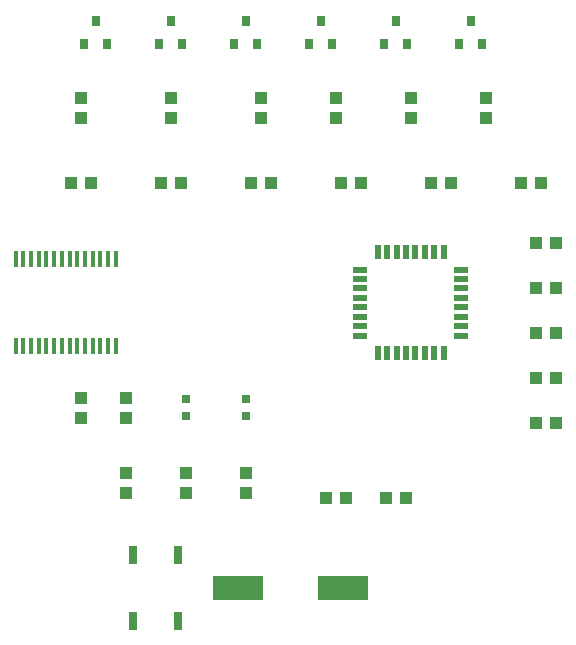
<source format=gtp>
G75*
%MOIN*%
%OFA0B0*%
%FSLAX25Y25*%
%IPPOS*%
%LPD*%
%AMOC8*
5,1,8,0,0,1.08239X$1,22.5*
%
%ADD10R,0.04331X0.03937*%
%ADD11R,0.03937X0.04331*%
%ADD12R,0.03150X0.03150*%
%ADD13R,0.03000X0.06000*%
%ADD14R,0.03150X0.03543*%
%ADD15R,0.05000X0.02200*%
%ADD16R,0.02200X0.05000*%
%ADD17R,0.01370X0.05500*%
%ADD18R,0.16929X0.08268*%
D10*
X0153154Y0060000D03*
X0159846Y0060000D03*
X0173154Y0060000D03*
X0179846Y0060000D03*
X0223154Y0085000D03*
X0229846Y0085000D03*
X0229846Y0100000D03*
X0223154Y0100000D03*
X0223154Y0115000D03*
X0229846Y0115000D03*
X0229846Y0130000D03*
X0223154Y0130000D03*
X0223154Y0145000D03*
X0229846Y0145000D03*
X0224846Y0165000D03*
X0218154Y0165000D03*
X0194846Y0165000D03*
X0188154Y0165000D03*
X0164846Y0165000D03*
X0158154Y0165000D03*
X0134846Y0165000D03*
X0128154Y0165000D03*
X0104846Y0165000D03*
X0098154Y0165000D03*
X0074846Y0165000D03*
X0068154Y0165000D03*
D11*
X0086500Y0061654D03*
X0086500Y0068346D03*
X0106500Y0068346D03*
X0106500Y0061654D03*
X0126500Y0061654D03*
X0126500Y0068346D03*
X0086500Y0086654D03*
X0086500Y0093346D03*
X0071500Y0093346D03*
X0071500Y0086654D03*
X0071500Y0186654D03*
X0071500Y0193346D03*
X0101500Y0193346D03*
X0101500Y0186654D03*
X0131500Y0186654D03*
X0131500Y0193346D03*
X0156500Y0193346D03*
X0156500Y0186654D03*
X0181500Y0186654D03*
X0181500Y0193346D03*
X0206500Y0193346D03*
X0206500Y0186654D03*
D12*
X0126500Y0092953D03*
X0126500Y0087047D03*
X0106500Y0087047D03*
X0106500Y0092953D03*
D13*
X0104000Y0041000D03*
X0089000Y0041000D03*
X0089000Y0019000D03*
X0104000Y0019000D03*
D14*
X0105240Y0211063D03*
X0097760Y0211063D03*
X0101500Y0218937D03*
X0080240Y0211063D03*
X0072760Y0211063D03*
X0076500Y0218937D03*
X0122760Y0211063D03*
X0130240Y0211063D03*
X0126500Y0218937D03*
X0147760Y0211063D03*
X0155240Y0211063D03*
X0151500Y0218937D03*
X0172760Y0211063D03*
X0180240Y0211063D03*
X0176500Y0218937D03*
X0197760Y0211063D03*
X0205240Y0211063D03*
X0201500Y0218937D03*
D15*
X0198400Y0136024D03*
X0198400Y0132874D03*
X0198400Y0129724D03*
X0198400Y0126575D03*
X0198400Y0123425D03*
X0198400Y0120276D03*
X0198400Y0117126D03*
X0198400Y0113976D03*
X0164600Y0113976D03*
X0164600Y0117126D03*
X0164600Y0120276D03*
X0164600Y0123425D03*
X0164600Y0126575D03*
X0164600Y0129724D03*
X0164600Y0132874D03*
X0164600Y0136024D03*
D16*
X0170476Y0141900D03*
X0173626Y0141900D03*
X0176776Y0141900D03*
X0179925Y0141900D03*
X0183075Y0141900D03*
X0186224Y0141900D03*
X0189374Y0141900D03*
X0192524Y0141900D03*
X0192524Y0108100D03*
X0189374Y0108100D03*
X0186224Y0108100D03*
X0183075Y0108100D03*
X0179925Y0108100D03*
X0176776Y0108100D03*
X0173626Y0108100D03*
X0170476Y0108100D03*
D17*
X0083134Y0110606D03*
X0080575Y0110606D03*
X0078016Y0110606D03*
X0075457Y0110606D03*
X0072898Y0110606D03*
X0070339Y0110606D03*
X0067780Y0110606D03*
X0065220Y0110606D03*
X0062661Y0110606D03*
X0060102Y0110606D03*
X0057543Y0110606D03*
X0054984Y0110606D03*
X0052425Y0110606D03*
X0049866Y0110606D03*
X0049866Y0139394D03*
X0052425Y0139394D03*
X0054984Y0139394D03*
X0057543Y0139394D03*
X0060102Y0139394D03*
X0062661Y0139394D03*
X0065220Y0139394D03*
X0067780Y0139394D03*
X0070339Y0139394D03*
X0072898Y0139394D03*
X0075457Y0139394D03*
X0078016Y0139394D03*
X0080575Y0139394D03*
X0083134Y0139394D03*
D18*
X0123980Y0030000D03*
X0159020Y0030000D03*
M02*

</source>
